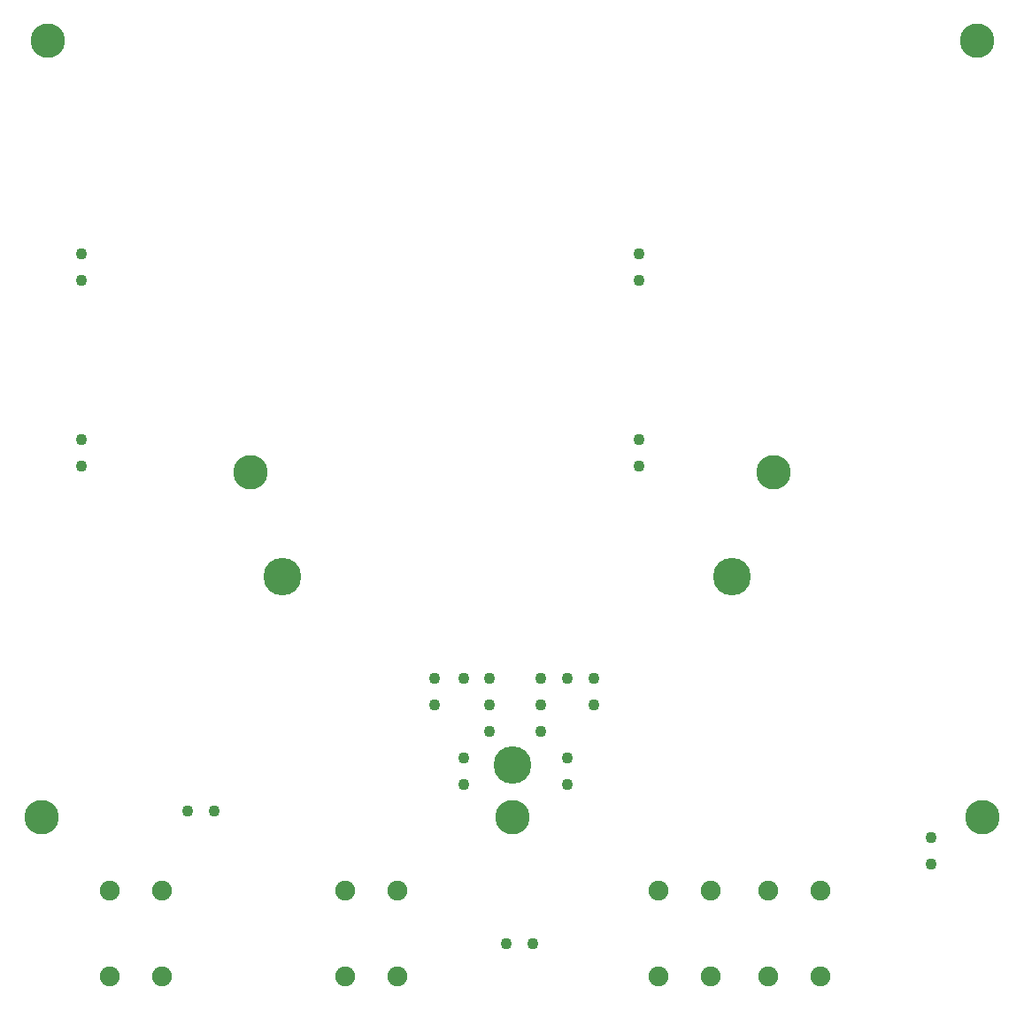
<source format=gbs>
G04 #@! TF.GenerationSoftware,KiCad,Pcbnew,5.1.7-a382d34a8~88~ubuntu20.04.1*
G04 #@! TF.CreationDate,2021-05-21T20:55:17+02:00*
G04 #@! TF.ProjectId,Power,506f7765-722e-46b6-9963-61645f706362,rev?*
G04 #@! TF.SameCoordinates,Original*
G04 #@! TF.FileFunction,Soldermask,Bot*
G04 #@! TF.FilePolarity,Negative*
%FSLAX46Y46*%
G04 Gerber Fmt 4.6, Leading zero omitted, Abs format (unit mm)*
G04 Created by KiCad (PCBNEW 5.1.7-a382d34a8~88~ubuntu20.04.1) date 2021-05-21 20:55:17*
%MOMM*%
%LPD*%
G01*
G04 APERTURE LIST*
%ADD10C,3.600000*%
%ADD11C,3.300000*%
%ADD12C,1.100000*%
%ADD13C,1.903400*%
G04 APERTURE END LIST*
D10*
G04 #@! TO.C,H4*
X70000000Y-97000000D03*
G04 #@! TD*
G04 #@! TO.C,H3*
X113000000Y-97000000D03*
G04 #@! TD*
G04 #@! TO.C,H2*
X92000000Y-115000000D03*
G04 #@! TD*
D11*
G04 #@! TO.C,H1*
X67000000Y-87000000D03*
X47000000Y-120000000D03*
X136450000Y-45700000D03*
X117000000Y-87000000D03*
X92000000Y-120000000D03*
X137000000Y-120000000D03*
X47550000Y-45700000D03*
G04 #@! TD*
D12*
G04 #@! TO.C,J34*
X63500000Y-119380000D03*
G04 #@! TD*
G04 #@! TO.C,J3*
X60960000Y-119380000D03*
G04 #@! TD*
G04 #@! TO.C,J33*
X132080000Y-121920000D03*
G04 #@! TD*
G04 #@! TO.C,J30*
X132080000Y-124460000D03*
G04 #@! TD*
G04 #@! TO.C,J27*
X89800000Y-109220000D03*
G04 #@! TD*
G04 #@! TO.C,J15*
X89800000Y-106680000D03*
G04 #@! TD*
G04 #@! TO.C,J32*
X89800000Y-111760000D03*
G04 #@! TD*
G04 #@! TO.C,J31*
X104140000Y-86360000D03*
G04 #@! TD*
G04 #@! TO.C,J29*
X94780000Y-109220000D03*
G04 #@! TD*
G04 #@! TO.C,J28*
X94780000Y-111760000D03*
G04 #@! TD*
G04 #@! TO.C,J26*
X91440000Y-132080000D03*
G04 #@! TD*
G04 #@! TO.C,J25*
X93980000Y-132080000D03*
G04 #@! TD*
G04 #@! TO.C,J24*
X50800000Y-86360000D03*
G04 #@! TD*
G04 #@! TO.C,J23*
X50800000Y-83820000D03*
G04 #@! TD*
G04 #@! TO.C,J22*
X50800000Y-68580000D03*
G04 #@! TD*
G04 #@! TO.C,J21*
X50800000Y-66040000D03*
G04 #@! TD*
G04 #@! TO.C,J20*
X99860000Y-109220000D03*
G04 #@! TD*
G04 #@! TO.C,J19*
X97320000Y-106680000D03*
G04 #@! TD*
G04 #@! TO.C,J18*
X87400000Y-106680000D03*
G04 #@! TD*
G04 #@! TO.C,J17*
X99860000Y-106680000D03*
G04 #@! TD*
G04 #@! TO.C,J16*
X94780000Y-106680000D03*
G04 #@! TD*
G04 #@! TO.C,J14*
X97320000Y-116840000D03*
G04 #@! TD*
G04 #@! TO.C,J13*
X84620000Y-109220000D03*
G04 #@! TD*
G04 #@! TO.C,J12*
X87400000Y-116840000D03*
G04 #@! TD*
G04 #@! TO.C,J11*
X97320000Y-114300000D03*
G04 #@! TD*
G04 #@! TO.C,J10*
X84620000Y-106680000D03*
G04 #@! TD*
G04 #@! TO.C,J9*
X87400000Y-114300000D03*
G04 #@! TD*
G04 #@! TO.C,J8*
X104140000Y-68580000D03*
G04 #@! TD*
G04 #@! TO.C,J7*
X104140000Y-83820000D03*
G04 #@! TD*
G04 #@! TO.C,J6*
X104140000Y-66040000D03*
G04 #@! TD*
D13*
G04 #@! TO.C,J1*
X58500000Y-135199999D03*
X53500000Y-135199999D03*
X58500000Y-127000000D03*
X53500000Y-127000000D03*
G04 #@! TD*
G04 #@! TO.C,J2*
X81000000Y-135199999D03*
X76000000Y-135199999D03*
X81000000Y-127000000D03*
X76000000Y-127000000D03*
G04 #@! TD*
G04 #@! TO.C,J4*
X121500000Y-135199999D03*
X116500000Y-135199999D03*
X121500000Y-127000000D03*
X116500000Y-127000000D03*
G04 #@! TD*
G04 #@! TO.C,J5*
X111000000Y-135199999D03*
X106000000Y-135199999D03*
X111000000Y-127000000D03*
X106000000Y-127000000D03*
G04 #@! TD*
M02*

</source>
